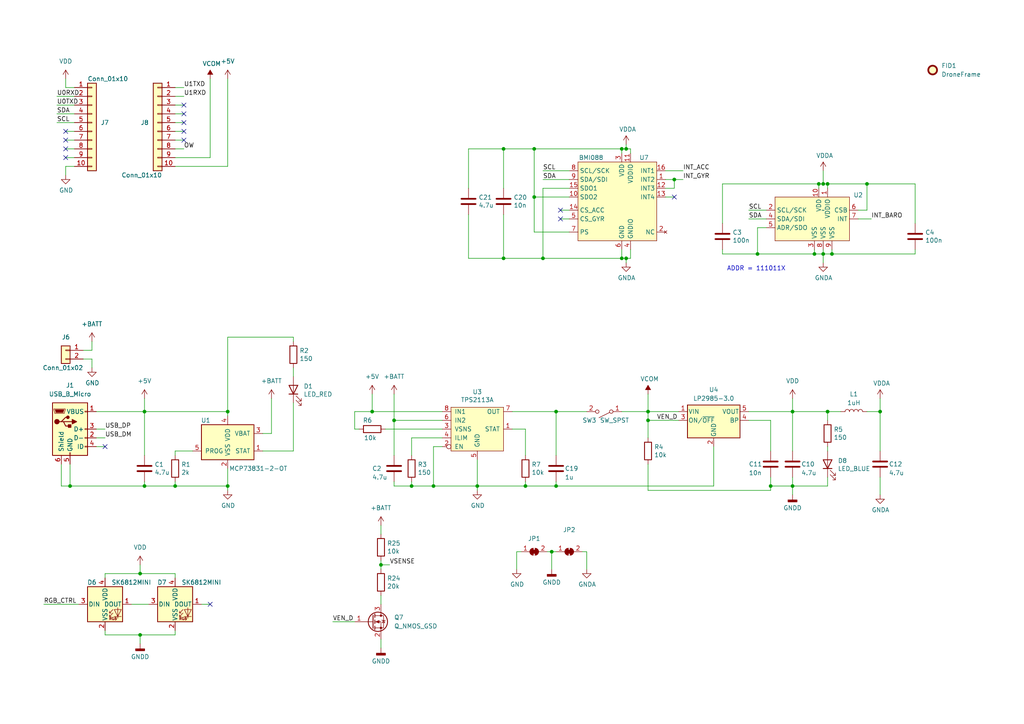
<source format=kicad_sch>
(kicad_sch (version 20250114) (generator "eeschema") (generator_version "9.0")
  (paper "A4")
  (text "TODO add UART Programmer Port" (at -78.74 147.32 0) (effects (font (size 1.27 1.27)) (justify left bottom)))
  (text "ADDR = 111011X" (at 210.82 78.74 0) (effects (font (size 1.27 1.27)) (justify left bottom)))
  (junction (at -69.85 29.21))
  (junction (at -30.48 71.12))
  (junction (at 82.55 222.25))
  (junction (at 236.22 73.66))
  (junction (at -52.07 128.27))
  (junction (at 125.73 -72.39))
  (junction (at 82.55 266.7))
  (junction (at 180.34 43.18))
  (junction (at -54.61 128.27))
  (junction (at 125.73 140.97))
  (junction (at -74.93 104.14))
  (junction (at 181.61 43.18))
  (junction (at -5.08 -15.24))
  (junction (at 238.76 53.34))
  (junction (at 82.55 294.64))
  (junction (at 35.56 250.19))
  (junction (at 20.32 140.97))
  (junction (at -30.48 20.32))
  (junction (at 138.43 140.97))
  (junction (at 107.95 119.38))
  (junction (at 181.61 74.93))
  (junction (at 110.49 163.83))
  (junction (at 125.73 -95.25))
  (junction (at 251.46 53.34))
  (junction (at 223.52 140.97))
  (junction (at 82.55 250.19))
  (junction (at 161.29 119.38))
  (junction (at 161.29 140.97))
  (junction (at 35.56 222.25))
  (junction (at -15.24 -15.24))
  (junction (at -5.08 -74.93))
  (junction (at 38.1 -15.24))
  (junction (at 180.34 74.93))
  (junction (at 40.64 184.15))
  (junction (at 38.1 -74.93))
  (junction (at 82.55 233.68))
  (junction (at 229.87 140.97))
  (junction (at 40.64 166.37))
  (junction (at 219.71 73.66))
  (junction (at 240.03 53.34))
  (junction (at 187.96 119.38))
  (junction (at -30.48 55.88))
  (junction (at 241.3 73.66))
  (junction (at 66.04 119.38))
  (junction (at -5.08 -60.96))
  (junction (at 66.04 140.97))
  (junction (at 26.67 240.03))
  (junction (at 255.27 119.38))
  (junction (at 237.49 53.34))
  (junction (at 119.38 140.97))
  (junction (at 41.91 119.38))
  (junction (at -15.24 -74.93))
  (junction (at 26.67 284.48))
  (junction (at 114.3 121.92))
  (junction (at 152.4 140.97))
  (junction (at 154.94 43.18))
  (junction (at 160.02 160.02))
  (junction (at 238.76 73.66))
  (junction (at 154.94 57.15))
  (junction (at 157.48 74.93))
  (junction (at 73.66 284.48))
  (junction (at -30.48 34.29))
  (junction (at 83.82 -45.72))
  (junction (at 35.56 233.68))
  (junction (at 229.87 119.38))
  (junction (at 195.58 52.07))
  (junction (at 41.91 140.97))
  (junction (at 146.05 74.93))
  (junction (at 50.8 140.97))
  (junction (at 35.56 278.13))
  (junction (at 35.56 266.7))
  (junction (at 82.55 278.13))
  (junction (at 73.66 240.03))
  (junction (at -68.58 46.99))
  (junction (at 187.96 121.92))
  (junction (at 240.03 119.38))
  (junction (at 35.56 294.64))
  (junction (at 146.05 43.18))
  (no_connect (at 53.34 33.02))
  (no_connect (at 19.05 40.64))
  (no_connect (at 19.05 38.1))
  (no_connect (at -30.48 106.68))
  (no_connect (at -30.48 96.52))
  (no_connect (at 19.05 43.18))
  (no_connect (at -30.48 104.14))
  (no_connect (at 30.48 129.54))
  (no_connect (at 162.56 60.96))
  (no_connect (at 60.96 175.26))
  (no_connect (at -30.48 114.3))
  (no_connect (at 53.34 30.48))
  (no_connect (at -72.39 88.9))
  (no_connect (at -30.48 101.6))
  (no_connect (at 19.05 45.72))
  (no_connect (at -30.48 116.84))
  (no_connect (at 53.34 38.1))
  (no_connect (at -30.48 119.38))
  (no_connect (at 53.34 40.64))
  (no_connect (at 162.56 63.5))
  (no_connect (at -30.48 111.76))
  (no_connect (at 53.34 35.56))
  (no_connect (at 195.58 57.15))
  (wire (pts (xy 19.05 45.72) (xy 21.59 45.72)))
  (wire (pts (xy 195.58 54.61) (xy 195.58 52.07)))
  (wire (pts (xy 237.49 53.34) (xy 238.76 53.34)))
  (wire (pts (xy 125.73 140.97) (xy 138.43 140.97)))
  (wire (pts (xy 111.76 -87.63) (xy 111.76 -95.25)))
  (wire (pts (xy 50.8 167.64) (xy 50.8 166.37)))
  (wire (pts (xy 35.56 265.43) (xy 35.56 266.7)))
  (wire (pts (xy 50.8 166.37) (xy 40.64 166.37)))
  (wire (pts (xy 162.56 63.5) (xy 165.1 63.5)))
  (wire (pts (xy -34.29 88.9) (xy -13.97 88.9)))
  (wire (pts (xy 26.67 250.19) (xy 35.56 250.19)))
  (wire (pts (xy -5.08 -60.96) (xy -5.08 -46.99)))
  (wire (pts (xy 251.46 53.34) (xy 240.03 53.34)))
  (wire (pts (xy 66.04 -30.48) (xy 96.52 -30.48)))
  (wire (pts (xy 265.43 53.34) (xy 265.43 64.77)))
  (wire (pts (xy 180.34 44.45) (xy 180.34 43.18)))
  (wire (pts (xy 229.87 140.97) (xy 223.52 140.97)))
  (wire (pts (xy -74.93 46.99) (xy -68.58 46.99)))
  (wire (pts (xy 82.55 265.43) (xy 82.55 266.7)))
  (wire (pts (xy 161.29 140.97) (xy 207.01 140.97)))
  (wire (pts (xy -34.29 93.98) (xy -31.75 93.98)))
  (wire (pts (xy 29.21 232.41) (xy 29.21 233.68)))
  (wire (pts (xy 38.1 -15.24) (xy 38.1 -12.7)))
  (wire (pts (xy 161.29 139.7) (xy 161.29 140.97)))
  (wire (pts (xy 58.42 175.26) (xy 60.96 175.26)))
  (wire (pts (xy 111.76 -80.01) (xy 111.76 -72.39)))
  (wire (pts (xy -49.53 20.32) (xy -30.48 20.32)))
  (wire (pts (xy 128.27 127) (xy 119.38 127)))
  (wire (pts (xy 82.55 274.32) (xy 83.82 274.32)))
  (wire (pts (xy 26.67 294.64) (xy 35.56 294.64)))
  (wire (pts (xy 50.8 45.72) (xy 60.96 45.72)))
  (wire (pts (xy 30.48 182.88) (xy 30.48 184.15)))
  (wire (pts (xy 265.43 72.39) (xy 265.43 73.66)))
  (wire (pts (xy 236.22 72.39) (xy 236.22 73.66)))
  (wire (pts (xy 125.73 -72.39) (xy 125.73 -71.12)))
  (wire (pts (xy 152.4 124.46) (xy 152.4 132.08)))
  (wire (pts (xy 82.55 278.13) (xy 82.55 279.4)))
  (wire (pts (xy 16.51 33.02) (xy 21.59 33.02)))
  (wire (pts (xy 66.04 119.38) (xy 66.04 97.79)))
  (wire (pts (xy 30.48 166.37) (xy 40.64 166.37)))
  (wire (pts (xy 66.04 -58.42) (xy 69.85 -58.42)))
  (wire (pts (xy 143.51 -48.26) (xy 146.05 -48.26)))
  (wire (pts (xy 36.83 227.33) (xy 35.56 227.33)))
  (wire (pts (xy 60.96 22.86) (xy 60.96 45.72)))
  (wire (pts (xy 82.55 227.33) (xy 82.55 222.25)))
  (wire (pts (xy 110.49 152.4) (xy 110.49 154.94)))
  (wire (pts (xy 146.05 74.93) (xy 157.48 74.93)))
  (wire (pts (xy 80.01 -35.56) (xy 80.01 -36.83)))
  (wire (pts (xy 160.02 160.02) (xy 160.02 165.1)))
  (wire (pts (xy 78.74 115.57) (xy 78.74 125.73)))
  (wire (pts (xy -30.48 20.32) (xy -30.48 22.86)))
  (wire (pts (xy 41.91 139.7) (xy 41.91 140.97)))
  (wire (pts (xy -30.48 55.88) (xy -30.48 59.69)))
  (wire (pts (xy 128.27 129.54) (xy 125.73 129.54)))
  (wire (pts (xy -34.29 114.3) (xy -30.48 114.3)))
  (wire (pts (xy 82.55 229.87) (xy 82.55 233.68)))
  (wire (pts (xy 72.39 240.03) (xy 73.66 240.03)))
  (wire (pts (xy 35.56 289.56) (xy 35.56 294.64)))
  (wire (pts (xy 248.92 60.96) (xy 251.46 60.96)))
  (wire (pts (xy 40.64 166.37) (xy 40.64 163.83)))
  (wire (pts (xy 29.21 233.68) (xy 35.56 233.68)))
  (wire (pts (xy -49.53 36.83) (xy -68.58 36.83)))
  (wire (pts (xy 24.13 104.14) (xy 26.67 104.14)))
  (wire (pts (xy 76.2 125.73) (xy 78.74 125.73)))
  (wire (pts (xy 96.52 -74.93) (xy 38.1 -74.93)))
  (wire (pts (xy 66.04 -38.1) (xy 69.85 -38.1)))
  (wire (pts (xy 76.2 232.41) (xy 76.2 233.68)))
  (wire (pts (xy 135.89 43.18) (xy 146.05 43.18)))
  (wire (pts (xy 30.48 184.15) (xy 40.64 184.15)))
  (wire (pts (xy 24.13 101.6) (xy 26.67 101.6)))
  (wire (pts (xy 20.32 140.97) (xy 20.32 134.62)))
  (wire (pts (xy 16.51 30.48) (xy 21.59 30.48)))
  (wire (pts (xy 55.88 130.81) (xy 50.8 130.81)))
  (wire (pts (xy 35.56 294.64) (xy 35.56 295.91)))
  (wire (pts (xy 119.38 139.7) (xy 119.38 140.97)))
  (wire (pts (xy -49.53 34.29) (xy -49.53 36.83)))
  (wire (pts (xy 35.56 271.78) (xy 35.56 266.7)))
  (wire (pts (xy 38.1 175.26) (xy 43.18 175.26)))
  (wire (pts (xy 209.55 73.66) (xy 219.71 73.66)))
  (wire (pts (xy -49.53 41.91) (xy -49.53 39.37)))
  (wire (pts (xy 35.56 222.25) (xy 29.21 222.25)))
  (wire (pts (xy 26.67 293.37) (xy 26.67 294.64)))
  (wire (pts (xy 241.3 73.66) (xy 265.43 73.66)))
  (wire (pts (xy -68.58 36.83) (xy -68.58 46.99)))
  (wire (pts (xy 255.27 138.43) (xy 255.27 143.51)))
  (wire (pts (xy 152.4 139.7) (xy 152.4 140.97)))
  (wire (pts (xy 238.76 73.66) (xy 241.3 73.66)))
  (wire (pts (xy -72.39 88.9) (xy -69.85 88.9)))
  (wire (pts (xy 181.61 74.93) (xy 181.61 76.2)))
  (wire (pts (xy 111.76 124.46) (xy 128.27 124.46)))
  (wire (pts (xy 229.87 140.97) (xy 229.87 143.51)))
  (wire (pts (xy 160.02 160.02) (xy 158.75 160.02)))
  (wire (pts (xy 168.91 160.02) (xy 170.18 160.02)))
  (wire (pts (xy 16.51 35.56) (xy 21.59 35.56)))
  (wire (pts (xy -52.07 128.27) (xy -54.61 128.27)))
  (wire (pts (xy 107.95 119.38) (xy 128.27 119.38)))
  (wire (pts (xy 83.82 -45.72) (xy 83.82 -48.26)))
  (wire (pts (xy 50.8 30.48) (xy 53.34 30.48)))
  (wire (pts (xy 26.67 241.3) (xy 26.67 240.03)))
  (wire (pts (xy 111.76 -95.25) (xy 125.73 -95.25)))
  (wire (pts (xy 238.76 73.66) (xy 238.76 76.2)))
  (wire (pts (xy -34.29 91.44) (xy -13.97 91.44)))
  (wire (pts (xy 35.56 274.32) (xy 36.83 274.32)))
  (wire (pts (xy 35.56 278.13) (xy 35.56 279.4)))
  (wire (pts (xy 41.91 140.97) (xy 20.32 140.97)))
  (wire (pts (xy -15.24 -46.99) (xy -15.24 -74.93)))
  (wire (pts (xy 223.52 121.92) (xy 217.17 121.92)))
  (wire (pts (xy 66.04 48.26) (xy 66.04 22.86)))
  (wire (pts (xy 50.8 27.94) (xy 53.34 27.94)))
  (wire (pts (xy 35.56 274.32) (xy 35.56 278.13)))
  (wire (pts (xy 85.09 106.68) (xy 85.09 109.22)))
  (wire (pts (xy -49.53 52.07) (xy -49.53 55.88)))
  (wire (pts (xy 181.61 41.91) (xy 181.61 43.18)))
  (wire (pts (xy 240.03 119.38) (xy 240.03 121.92)))
  (wire (pts (xy 40.64 184.15) (xy 50.8 184.15)))
  (wire (pts (xy 217.17 63.5) (xy 222.25 63.5)))
  (wire (pts (xy 180.34 119.38) (xy 187.96 119.38)))
  (wire (pts (xy 138.43 140.97) (xy 152.4 140.97)))
  (wire (pts (xy 29.21 276.86) (xy 29.21 278.13)))
  (wire (pts (xy 73.66 285.75) (xy 73.66 284.48)))
  (wire (pts (xy 35.56 229.87) (xy 36.83 229.87)))
  (wire (pts (xy -74.93 128.27) (xy -54.61 128.27)))
  (wire (pts (xy 26.67 240.03) (xy 27.94 240.03)))
  (wire (pts (xy 83.82 -45.72) (xy 87.63 -45.72)))
  (wire (pts (xy 135.89 62.23) (xy 135.89 74.93)))
  (wire (pts (xy -69.85 104.14) (xy -74.93 104.14)))
  (wire (pts (xy 27.94 119.38) (xy 41.91 119.38)))
  (wire (pts (xy -17.78 20.32) (xy -17.78 24.13)))
  (wire (pts (xy 50.8 40.64) (xy 53.34 40.64)))
  (wire (pts (xy 82.55 245.11) (xy 82.55 250.19)))
  (wire (pts (xy -78.74 99.06) (xy -69.85 99.06)))
  (wire (pts (xy 238.76 53.34) (xy 240.03 53.34)))
  (wire (pts (xy -52.07 130.81) (xy -52.07 128.27)))
  (wire (pts (xy 26.67 248.92) (xy 26.67 250.19)))
  (wire (pts (xy 76.2 278.13) (xy 82.55 278.13)))
  (wire (pts (xy -59.69 46.99) (xy -57.15 46.99)))
  (wire (pts (xy 80.01 -44.45) (xy 80.01 -45.72)))
  (wire (pts (xy 255.27 119.38) (xy 251.46 119.38)))
  (wire (pts (xy 66.04 -45.72) (xy 69.85 -45.72)))
  (wire (pts (xy 83.82 271.78) (xy 82.55 271.78)))
  (wire (pts (xy 193.04 54.61) (xy 195.58 54.61)))
  (wire (pts (xy 223.52 130.81) (xy 223.52 121.92)))
  (wire (pts (xy -49.53 55.88) (xy -30.48 55.88)))
  (wire (pts (xy 19.05 48.26) (xy 21.59 48.26)))
  (wire (pts (xy 17.78 134.62) (xy 17.78 140.97)))
  (wire (pts (xy 125.73 129.54) (xy 125.73 140.97)))
  (wire (pts (xy -49.53 39.37) (xy -69.85 39.37)))
  (wire (pts (xy 154.94 43.18) (xy 180.34 43.18)))
  (wire (pts (xy 162.56 60.96) (xy 165.1 60.96)))
  (wire (pts (xy -17.78 34.29) (xy -30.48 34.29)))
  (wire (pts (xy 182.88 72.39) (xy 182.88 74.93)))
  (wire (pts (xy 109.22 -45.72) (xy 115.57 -45.72)))
  (wire (pts (xy 50.8 184.15) (xy 50.8 182.88)))
  (wire (pts (xy 109.22 -50.8) (xy 115.57 -50.8)))
  (wire (pts (xy -95.25 99.06) (xy -86.36 99.06)))
  (wire (pts (xy 135.89 54.61) (xy 135.89 43.18)))
  (wire (pts (xy 66.04 -35.56) (xy 80.01 -35.56)))
  (wire (pts (xy -17.78 55.88) (xy -17.78 60.96)))
  (wire (pts (xy 238.76 72.39) (xy 238.76 73.66)))
  (wire (pts (xy 30.48 167.64) (xy 30.48 166.37)))
  (wire (pts (xy 217.17 119.38) (xy 229.87 119.38)))
  (wire (pts (xy 110.49 163.83) (xy 113.03 163.83)))
  (wire (pts (xy 111.76 -72.39) (xy 125.73 -72.39)))
  (wire (pts (xy -69.85 29.21) (xy -67.31 29.21)))
  (wire (pts (xy 114.3 132.08) (xy 114.3 121.92)))
  (wire (pts (xy -5.08 -39.37) (xy -5.08 -15.24)))
  (wire (pts (xy -34.29 119.38) (xy -30.48 119.38)))
  (wire (pts (xy -5.08 -15.24) (xy 38.1 -15.24)))
  (wire (pts (xy 80.01 -45.72) (xy 83.82 -45.72)))
  (wire (pts (xy 73.66 240.03) (xy 74.93 240.03)))
  (wire (pts (xy -49.53 24.13) (xy -49.53 20.32)))
  (wire (pts (xy 82.55 294.64) (xy 82.55 295.91)))
  (wire (pts (xy 66.04 -50.8) (xy 69.85 -50.8)))
  (wire (pts (xy 187.96 119.38) (xy 196.85 119.38)))
  (wire (pts (xy 66.04 -53.34) (xy 69.85 -53.34)))
  (wire (pts (xy 193.04 57.15) (xy 195.58 57.15)))
  (wire (pts (xy 85.09 97.79) (xy 85.09 99.06)))
  (wire (pts (xy 138.43 140.97) (xy 138.43 142.24)))
  (wire (pts (xy 149.86 160.02) (xy 149.86 165.1)))
  (wire (pts (xy -30.48 69.85) (xy -30.48 71.12)))
  (wire (pts (xy 114.3 140.97) (xy 119.38 140.97)))
  (wire (pts (xy 41.91 140.97) (xy 50.8 140.97)))
  (wire (pts (xy 161.29 119.38) (xy 161.29 132.08)))
  (wire (pts (xy 187.96 134.62) (xy 187.96 142.24)))
  (wire (pts (xy 82.55 220.98) (xy 82.55 222.25)))
  (wire (pts (xy 102.87 119.38) (xy 107.95 119.38)))
  (wire (pts (xy 96.52 -30.48) (xy 96.52 -36.83)))
  (wire (pts (xy -5.08 -74.93) (xy -5.08 -72.39)))
  (wire (pts (xy 180.34 43.18) (xy 181.61 43.18)))
  (wire (pts (xy 114.3 139.7) (xy 114.3 140.97)))
  (wire (pts (xy 27.94 127) (xy 30.48 127)))
  (wire (pts (xy 29.21 266.7) (xy 29.21 269.24)))
  (wire (pts (xy -34.29 111.76) (xy -30.48 111.76)))
  (wire (pts (xy 154.94 57.15) (xy 165.1 57.15)))
  (wire (pts (xy 73.66 293.37) (xy 73.66 294.64)))
  (wire (pts (xy -49.53 77.47) (xy -49.53 81.28)))
  (wire (pts (xy 76.2 233.68) (xy 82.55 233.68)))
  (wire (pts (xy 187.96 121.92) (xy 196.85 121.92)))
  (wire (pts (xy 193.04 49.53) (xy 198.12 49.53)))
  (wire (pts (xy 50.8 25.4) (xy 53.34 25.4)))
  (wire (pts (xy 73.66 294.64) (xy 82.55 294.64)))
  (wire (pts (xy 35.56 233.68) (xy 35.56 234.95)))
  (wire (pts (xy 27.94 124.46) (xy 30.48 124.46)))
  (wire (pts (xy 187.96 142.24) (xy 223.52 142.24)))
  (wire (pts (xy 26.67 101.6) (xy 26.67 99.06)))
  (wire (pts (xy 229.87 119.38) (xy 240.03 119.38)))
  (wire (pts (xy 66.04 -43.18) (xy 69.85 -43.18)))
  (wire (pts (xy 35.56 227.33) (xy 35.56 222.25)))
  (wire (pts (xy 157.48 74.93) (xy 180.34 74.93)))
  (wire (pts (xy 161.29 119.38) (xy 170.18 119.38)))
  (wire (pts (xy 73.66 241.3) (xy 73.66 240.03)))
  (wire (pts (xy 73.66 248.92) (xy 73.66 250.19)))
  (wire (pts (xy -74.93 124.46) (xy -74.93 128.27)))
  (wire (pts (xy 170.18 160.02) (xy 170.18 165.1)))
  (wire (pts (xy 29.21 278.13) (xy 35.56 278.13)))
  (wire (pts (xy -15.24 -15.24) (xy -25.4 -15.24)))
  (wire (pts (xy 154.94 57.15) (xy 154.94 43.18)))
  (wire (pts (xy 187.96 114.3) (xy 187.96 119.38)))
  (wire (pts (xy 19.05 25.4) (xy 21.59 25.4)))
  (wire (pts (xy -34.29 99.06) (xy -31.75 99.06)))
  (wire (pts (xy 195.58 52.07) (xy 198.12 52.07)))
  (wire (pts (xy 236.22 73.66) (xy 238.76 73.66)))
  (wire (pts (xy 180.34 72.39) (xy 180.34 74.93)))
  (wire (pts (xy 82.55 274.32) (xy 82.55 278.13)))
  (wire (pts (xy 35.56 266.7) (xy 29.21 266.7)))
  (wire (pts (xy 135.89 74.93) (xy 146.05 74.93)))
  (wire (pts (xy 36.83 271.78) (xy 35.56 271.78)))
  (wire (pts (xy 229.87 115.57) (xy 229.87 119.38)))
  (wire (pts (xy 57.15 240.03) (xy 64.77 240.03)))
  (wire (pts (xy 26.67 104.14) (xy 26.67 106.68)))
  (wire (pts (xy -25.4 -74.93) (xy -15.24 -74.93)))
  (wire (pts (xy 102.87 124.46) (xy 102.87 119.38)))
  (wire (pts (xy 187.96 119.38) (xy 187.96 121.92)))
  (wire (pts (xy 165.1 54.61) (xy 157.48 54.61)))
  (wire (pts (xy -34.29 106.68) (xy -30.48 106.68)))
  (wire (pts (xy 73.66 250.19) (xy 82.55 250.19)))
  (wire (pts (xy -74.93 29.21) (xy -69.85 29.21)))
  (wire (pts (xy 76.2 276.86) (xy 76.2 278.13)))
  (wire (pts (xy 119.38 127) (xy 119.38 132.08)))
  (wire (pts (xy -95.25 96.52) (xy -86.36 96.52)))
  (wire (pts (xy 157.48 49.53) (xy 165.1 49.53)))
  (wire (pts (xy 209.55 53.34) (xy 237.49 53.34)))
  (wire (pts (xy 114.3 114.3) (xy 114.3 121.92)))
  (wire (pts (xy 114.3 121.92) (xy 128.27 121.92)))
  (wire (pts (xy -52.07 128.27) (xy -49.53 128.27)))
  (wire (pts (xy 241.3 72.39) (xy 241.3 73.66)))
  (wire (pts (xy 223.52 142.24) (xy 223.52 140.97)))
  (wire (pts (xy 138.43 133.35) (xy 138.43 140.97)))
  (wire (pts (xy 87.63 -45.72) (xy 87.63 -44.45)))
  (wire (pts (xy 19.05 50.8) (xy 19.05 48.26)))
  (wire (pts (xy 2.54 -50.8) (xy 10.16 -50.8)))
  (wire (pts (xy 96.52 -44.45) (xy 96.52 -74.93)))
  (wire (pts (xy 50.8 140.97) (xy 66.04 140.97)))
  (wire (pts (xy -59.69 29.21) (xy -57.15 29.21)))
  (wire (pts (xy -34.29 104.14) (xy -30.48 104.14)))
  (wire (pts (xy 125.73 -97.79) (xy 125.73 -95.25)))
  (wire (pts (xy 237.49 54.61) (xy 237.49 53.34)))
  (wire (pts (xy 146.05 43.18) (xy 154.94 43.18)))
  (wire (pts (xy -54.61 128.27) (xy -54.61 127)))
  (wire (pts (xy 255.27 130.81) (xy 255.27 119.38)))
  (wire (pts (xy 82.55 229.87) (xy 83.82 229.87)))
  (wire (pts (xy -5.08 -74.93) (xy 38.1 -74.93)))
  (wire (pts (xy 180.34 74.93) (xy 181.61 74.93)))
  (wire (pts (xy -25.4 -39.37) (xy -25.4 -15.24)))
  (wire (pts (xy -30.48 34.29) (xy -30.48 36.83)))
  (wire (pts (xy 157.48 52.07) (xy 165.1 52.07)))
  (wire (pts (xy 240.03 138.43) (xy 240.03 140.97)))
  (wire (pts (xy 154.94 67.31) (xy 154.94 57.15)))
  (wire (pts (xy 219.71 73.66) (xy 236.22 73.66)))
  (wire (pts (xy 104.14 124.46) (xy 102.87 124.46)))
  (wire (pts (xy 182.88 43.18) (xy 182.88 44.45)))
  (wire (pts (xy 35.56 229.87) (xy 35.56 233.68)))
  (wire (pts (xy 19.05 22.86) (xy 19.05 25.4)))
  (wire (pts (xy 19.05 43.18) (xy 21.59 43.18)))
  (wire (pts (xy 66.04 135.89) (xy 66.04 140.97)))
  (wire (pts (xy 35.56 250.19) (xy 35.56 251.46)))
  (wire (pts (xy 107.95 114.3) (xy 107.95 119.38)))
  (wire (pts (xy -5.08 -60.96) (xy 10.16 -60.96)))
  (wire (pts (xy 35.56 245.11) (xy 35.56 250.19)))
  (wire (pts (xy 87.63 -33.02) (xy 87.63 -36.83)))
  (wire (pts (xy 125.73 -73.66) (xy 125.73 -72.39)))
  (wire (pts (xy 223.52 140.97) (xy 223.52 138.43)))
  (wire (pts (xy 148.59 124.46) (xy 152.4 124.46)))
  (wire (pts (xy 50.8 43.18) (xy 53.34 43.18)))
  (wire (pts (xy 35.56 220.98) (xy 35.56 222.25)))
  (wire (pts (xy -15.24 -15.24) (xy -5.08 -15.24)))
  (wire (pts (xy -15.24 -74.93) (xy -5.08 -74.93)))
  (wire (pts (xy 82.55 222.25) (xy 76.2 222.25)))
  (wire (pts (xy 193.04 52.07) (xy 195.58 52.07)))
  (wire (pts (xy 41.91 119.38) (xy 66.04 119.38)))
  (wire (pts (xy 76.2 130.81) (xy 85.09 130.81)))
  (wire (pts (xy 146.05 62.23) (xy 146.05 74.93)))
  (wire (pts (xy 96.52 180.34) (xy 102.87 180.34)))
  (wire (pts (xy 165.1 67.31) (xy 154.94 67.31)))
  (wire (pts (xy 83.82 227.33) (xy 82.55 227.33)))
  (wire (pts (xy 66.04 140.97) (xy 66.04 142.24)))
  (wire (pts (xy 50.8 35.56) (xy 53.34 35.56)))
  (wire (pts (xy 38.1 -74.93) (xy 38.1 -66.04)))
  (wire (pts (xy 110.49 185.42) (xy 110.49 187.96)))
  (wire (pts (xy 41.91 132.08) (xy 41.91 119.38)))
  (wire (pts (xy 146.05 -55.88) (xy 147.32 -55.88)))
  (wire (pts (xy -34.29 96.52) (xy -30.48 96.52)))
  (wire (pts (xy -17.78 71.12) (xy -17.78 68.58)))
  (wire (pts (xy 19.05 38.1) (xy 21.59 38.1)))
  (wire (pts (xy 240.03 119.38) (xy 243.84 119.38)))
  (wire (pts (xy 146.05 54.61) (xy 146.05 43.18)))
  (wire (pts (xy 50.8 33.02) (xy 53.34 33.02)))
  (wire (pts (xy 110.49 172.72) (xy 110.49 175.26)))
  (wire (pts (xy 50.8 139.7) (xy 50.8 140.97)))
  (wire (pts (xy 66.04 -25.4) (xy 69.85 -25.4)))
  (wire (pts (xy 76.2 266.7) (xy 76.2 269.24)))
  (wire (pts (xy 209.55 64.77) (xy 209.55 53.34)))
  (wire (pts (xy 248.92 63.5) (xy 252.73 63.5)))
  (wire (pts (xy 26.67 284.48) (xy 27.94 284.48)))
  (wire (pts (xy 240.03 140.97) (xy 229.87 140.97)))
  (wire (pts (xy 222.25 66.04) (xy 219.71 66.04)))
  (wire (pts (xy 27.94 129.54) (xy 30.48 129.54)))
  (wire (pts (xy 38.1 -20.32) (xy 38.1 -15.24)))
  (wire (pts (xy 41.91 115.57) (xy 41.91 119.38)))
  (wire (pts (xy 157.48 54.61) (xy 157.48 74.93)))
  (wire (pts (xy 50.8 38.1) (xy 53.34 38.1)))
  (wire (pts (xy 19.05 40.64) (xy 21.59 40.64)))
  (wire (pts (xy 229.87 138.43) (xy 229.87 140.97)))
  (wire (pts (xy 66.04 -27.94) (xy 69.85 -27.94)))
  (wire (pts (xy 82.55 289.56) (xy 82.55 294.64)))
  (wire (pts (xy 66.04 -60.96) (xy 69.85 -60.96)))
  (wire (pts (xy 219.71 66.04) (xy 219.71 73.66)))
  (wire (pts (xy 110.49 163.83) (xy 110.49 165.1)))
  (wire (pts (xy 255.27 115.57) (xy 255.27 119.38)))
  (wire (pts (xy 50.8 48.26) (xy 66.04 48.26)))
  (wire (pts (xy 26.67 285.75) (xy 26.67 284.48)))
  (wire (pts (xy 2.54 -53.34) (xy 10.16 -53.34)))
  (wire (pts (xy -49.53 128.27) (xy -49.53 127)))
  (wire (pts (xy 57.15 284.48) (xy 64.77 284.48)))
  (wire (pts (xy 181.61 43.18) (xy 182.88 43.18)))
  (wire (pts (xy -34.29 116.84) (xy -30.48 116.84)))
  (wire (pts (xy -30.48 20.32) (xy -17.78 20.32)))
  (wire (pts (xy 82.55 266.7) (xy 76.2 266.7)))
  (wire (pts (xy -15.24 -39.37) (xy -15.24 -15.24)))
  (wire (pts (xy -78.74 96.52) (xy -69.85 96.52)))
  (wire (pts (xy 66.04 -40.64) (xy 69.85 -40.64)))
  (wire (pts (xy 119.38 140.97) (xy 125.73 140.97)))
  (wire (pts (xy 238.76 53.34) (xy 238.76 49.53)))
  (wire (pts (xy 38.1 -76.2) (xy 38.1 -74.93)))
  (wire (pts (xy -25.4 -46.99) (xy -25.4 -74.93)))
  (wire (pts (xy 229.87 119.38) (xy 229.87 130.81)))
  (wire (pts (xy 66.04 -33.02) (xy 87.63 -33.02)))
  (wire (pts (xy 160.02 160.02) (xy 161.29 160.02)))
  (wire (pts (xy 217.17 60.96) (xy 222.25 60.96)))
  (wire (pts (xy 251.46 53.34) (xy 265.43 53.34)))
  (wire (pts (xy 146.05 -48.26) (xy 146.05 -55.88)))
  (wire (pts (xy -30.48 71.12) (xy -30.48 73.66)))
  (wire (pts (xy 207.01 129.54) (xy 207.01 140.97)))
  (wire (pts (xy 209.55 72.39) (xy 209.55 73.66)))
  (wire (pts (xy 82.55 250.19) (xy 82.55 251.46)))
  (wire (pts (xy 25.4 284.48) (xy 26.67 284.48)))
  (wire (pts (xy 73.66 284.48) (xy 74.93 284.48)))
  (wire (pts (xy 181.61 74.93) (xy 182.88 74.93)))
  (wire (pts (xy 29.21 222.25) (xy 29.21 224.79)))
  (wire (pts (xy 40.64 184.15) (xy 40.64 186.69)))
  (wire (pts (xy 82.55 233.68) (xy 82.55 234.95)))
  (wire (pts (xy 66.04 119.38) (xy 66.04 120.65)))
  (wire (pts (xy 175.26 -58.42) (xy 181.61 -58.42)))
  (wire (pts (xy 85.09 116.84) (xy 85.09 130.81)))
  (wire (pts (xy 149.86 160.02) (xy 151.13 160.02)))
  (wire (pts (xy 152.4 140.97) (xy 161.29 140.97)))
  (wire (pts (xy 66.04 97.79) (xy 85.09 97.79)))
  (wire (pts (xy -5.08 -64.77) (xy -5.08 -60.96)))
  (wire (pts (xy 10.16 284.48) (xy 17.78 284.48)))
  (wire (pts (xy 109.22 -60.96) (xy 147.32 -60.96)))
  (wire (pts (xy -34.29 101.6) (xy -30.48 101.6)))
  (wire (pts (xy 148.59 119.38) (xy 161.29 119.38)))
  (wire (pts (xy -17.78 31.75) (xy -17.78 34.29)))
  (wire (pts (xy 25.4 240.03) (xy 26.67 240.03)))
  (wire (pts (xy -30.48 55.88) (xy -17.78 55.88)))
  (wire (pts (xy -30.48 33.02) (xy -30.48 34.29)))
  (wire (pts (xy 17.78 140.97) (xy 20.32 140.97)))
  (wire (pts (xy -69.85 39.37) (xy -69.85 29.21)))
  (wire (pts (xy 110.49 162.56) (xy 110.49 163.83)))
  (wire (pts (xy 16.51 27.94) (xy 21.59 27.94)))
  (wire (pts (xy -74.93 77.47) (xy -74.93 104.14)))
  (wire (pts (xy 10.16 240.03) (xy 17.78 240.03)))
  (wire (pts (xy 76.2 222.25) (xy 76.2 224.79)))
  (wire (pts (xy -30.48 71.12) (xy -17.78 71.12)))
  (wire (pts (xy 125.73 -95.25) (xy 125.73 -93.98)))
  (wire (pts (xy 72.39 284.48) (xy 73.66 284.48)))
  (wire (pts (xy 50.8 130.81) (xy 50.8 132.08)))
  (wire (pts (xy 251.46 60.96) (xy 251.46 53.34)))
  (wire (pts (xy 187.96 121.92) (xy 187.96 127)))
  (wire (pts (xy 12.7 175.26) (xy 22.86 175.26)))
  (wire (pts (xy 82.55 271.78) (xy 82.55 266.7)))
  (wire (pts (xy -54.61 77.47) (xy -54.61 81.28)))
  (wire (pts (xy 240.03 129.54) (xy 240.03 130.81)))
  (wire (pts (xy -74.93 104.14) (xy -74.93 116.84)))
  (wire (pts (xy -68.58 46.99) (xy -67.31 46.99)))
  (wire (pts (xy 240.03 53.34) (xy 240.03 54.61)))
  (label "INT_BARO" (at 252.73 63.5 0))
  (label "VSENSE" (at 113.03 163.83 0))
  (label "USB_DM" (at 30.48 127 0))
  (label "GPIO9" (at 69.85 -27.94 0))
  (label "U1TXD" (at 69.85 -50.8 0))
  (label "OW" (at 2.54 -50.8 0))
  (label "SCL" (at 157.48 49.53 0))
  (label "INT_ACC_GYR_BARO" (at 181.61 -58.42 0))
  (label "SDA" (at 72.39 -35.56 0))
  (label "MOTOR2" (at 57.15 240.03 0))
  (label "SDA" (at 16.51 33.02 0))
  (label "INT_ACC_GYR_BARO" (at 69.85 -25.4 0))
  (label "INT_GYR" (at 198.12 52.07 0))
  (label "U1RXD" (at 69.85 -53.34 0))
  (label "SDA" (at 217.17 63.5 0))
  (label "MOTOR3" (at 69.85 -40.64 0))
  (label "GPIO9" (at -34.29 55.88 0))
  (label "VEN_D" (at 190.5 121.92 0))
  (label "OW" (at 53.34 43.18 0))
  (label "SCL" (at 16.51 35.56 0))
  (label "MOTOR4" (at 57.15 284.48 0))
  (label "U0RXD" (at 16.51 27.94 0))
  (label "U0TXD" (at 16.51 30.48 0))
  (label "RGB_CTRL" (at 12.7 175.26 0))
  (label "CHIP_EN" (at -1.27 -60.96 0))
  (label "SCL" (at 72.39 -33.02 0))
  (label "U0RXD" (at -13.97 88.9 0))
  (label "INT_GYR" (at 109.22 -50.8 0))
  (label "INT_BARO" (at 109.22 -60.96 0))
  (label "SCL" (at 217.17 60.96 0))
  (label "INT_ACC" (at 109.22 -45.72 0))
  (label "U0RXD" (at 69.85 -60.96 0))
  (label "MOTOR3" (at 10.16 284.48 0))
  (label "MOTOR1" (at 10.16 240.03 0))
  (label "U0TXD" (at 69.85 -58.42 0))
  (label "MOTOR1" (at 69.85 -45.72 0))
  (label "USB_DP" (at -95.25 99.06 0))
  (label "RTS" (at -31.75 93.98 0))
  (label "DTR" (at -74.93 29.21 0))
  (label "USB_DM" (at -95.25 96.52 0))
  (label "USB_DP" (at 30.48 124.46 0))
  (label "VEN_D" (at 96.52 180.34 0))
  (label "U0TXD" (at -13.97 91.44 0))
  (label "MOTOR2" (at 69.85 -43.18 0))
  (label "DTR" (at -31.75 99.06 0))
  (label "MOTOR4" (at 69.85 -38.1 0))
  (label "CHIP_EN" (at -34.29 20.32 0))
  (label "RGB_CTRL" (at 69.85 -30.48 0))
  (label "RTS" (at -74.93 46.99 0))
  (label "INT_ACC" (at 198.12 49.53 0))
  (label "U1RXD" (at 53.34 27.94 0))
  (label "SDA" (at 157.48 52.07 0))
  (label "VSENSE" (at 2.54 -53.34 0))
  (label "U1TXD" (at 53.34 25.4 0))
  (symbol (lib_id "riskybird-rescue:MCP73831-2-OT-Battery_Management") (at 66.04 128.27 0) (unit 1)
    (property "Reference" "U1" (at 59.69 121.92 0))
    (property "Value" "MCP73831-2-OT" (at 74.93 135.89 0))
    (property "Footprint" "Package_TO_SOT_SMD:SOT-23-5" (effects (hide yes)))
    (property "Datasheet" "http://ww1.microchip.com/downloads/en/DeviceDoc/20001984g.pdf" (effects (hide yes)))
  )
  (symbol (lib_id "riskybird-rescue:TPS2113A-slice") (at 138.43 120.65 0) (unit 1)
    (property "Reference" "U3" (at 138.43 113.665 0))
    (property "Value" "TPS2113A" (at 138.43 115.9764 0))
    (property "Footprint" "Package_SO:TSSOP-8_4.4x3mm_P0.65mm" (effects (hide yes)))
  )
  (symbol (lib_id "power:GND") (at 138.43 142.24 0) (unit 1)
    (property "Reference" "#PWR0102" (effects (hide yes)))
    (property "Value" "GND" (at 138.557 146.6342 0))
  )
  (symbol (lib_id "Device:R") (at 119.38 135.89 0) (unit 1)
    (property "Reference" "R3" (at 121.158 134.7216 0) (effects (justify left)))
    (property "Value" "150" (at 121.158 137.033 0) (effects (justify left)))
    (property "Footprint" "Resistor_SMD:R_0603_1608Metric_Pad0.98x0.95mm_HandSolder" (effects (hide yes)))
  )
  (symbol (lib_id "Device:R") (at 50.8 135.89 0) (unit 1)
    (property "Reference" "R1" (at 52.578 134.7216 0) (effects (justify left)))
    (property "Value" "2k" (at 52.578 137.033 0) (effects (justify left)))
    (property "Footprint" "Resistor_SMD:R_0603_1608Metric_Pad0.98x0.95mm_HandSolder" (effects (hide yes)))
  )
  (symbol (lib_id "Device:C") (at 41.91 135.89 0) (unit 1)
    (property "Reference" "C1" (at 44.831 134.7216 0) (effects (justify left)))
    (property "Value" "4.7u" (at 44.831 137.033 0) (effects (justify left)))
    (property "Footprint" "Capacitor_SMD:C_0603_1608Metric_Pad1.08x0.95mm_HandSolder" (effects (hide yes)))
  )
  (symbol (lib_id "Device:C") (at 114.3 135.89 0) (unit 1)
    (property "Reference" "C2" (at 107.95 135.89 0) (effects (justify left)))
    (property "Value" "4.7u" (at 107.95 138.43 0) (effects (justify left)))
    (property "Footprint" "Capacitor_SMD:C_0603_1608Metric_Pad1.08x0.95mm_HandSolder" (effects (hide yes)))
  )
  (symbol (lib_id "Device:LED") (at 85.09 113.03 90) (unit 1)
    (property "Reference" "D1" (at 88.0618 112.0394 90) (effects (justify right)))
    (property "Value" "LED_RED" (at 88.0618 114.3508 90) (effects (justify right)))
    (property "Footprint" "LED_SMD:LED_0805_2012Metric_Pad1.15x1.40mm_HandSolder" (effects (hide yes)))
  )
  (symbol (lib_id "Device:R") (at 85.09 102.87 0) (unit 1)
    (property "Reference" "R2" (at 86.868 101.7016 0) (effects (justify left)))
    (property "Value" "150" (at 86.868 104.013 0) (effects (justify left)))
    (property "Footprint" "Resistor_SMD:R_0603_1608Metric_Pad0.98x0.95mm_HandSolder" (effects (hide yes)))
  )
  (symbol (lib_id "Device:Q_NMOS_GSD") (at 80.01 240.03 0) (unit 1)
    (property "Reference" "Q2" (at 86.36 238.76 0) (effects (justify left)))
    (property "Value" "SI2302" (at 86.36 241.3 0) (effects (justify left)))
    (property "Footprint" "Package_TO_SOT_SMD:SOT-23" (effects (hide yes)))
  )
  (symbol (lib_id "power:GNDD") (at 160.02 165.1 0) (unit 1)
    (property "Reference" "#PWR021" (effects (hide yes)))
    (property "Value" "GNDD" (at 160.02 168.91 0))
  )
  (symbol (lib_id "Device:C") (at 209.55 68.58 0) (unit 1)
    (property "Reference" "C3" (at 212.471 67.4116 0) (effects (justify left)))
    (property "Value" "100n" (at 212.471 69.723 0) (effects (justify left)))
    (property "Footprint" "Capacitor_SMD:C_0603_1608Metric_Pad1.08x0.95mm_HandSolder" (effects (hide yes)))
  )
  (symbol (lib_id "Regulator_Linear:LP2985-3.0") (at 207.01 121.92 0) (unit 1)
    (property "Reference" "U4" (at 207.01 113.03 0))
    (property "Value" "LP2985-3.0" (at 207.01 115.57 0))
    (property "Footprint" "Package_TO_SOT_SMD:SOT-23-5" (effects (hide yes)))
    (property "Datasheet" "http://www.ti.com/lit/ds/symlink/lp2985.pdf" (effects (hide yes)))
  )
  (symbol (lib_id "Jumper:SolderJumper_2_Bridged") (at 165.1 160.02 0) (unit 1)
    (property "Reference" "JP2" (at 165.1 153.67 0))
    (property "Value" "SolderJumper_2_Bridged" (effects (hide yes)))
    (property "Footprint" "riskybird:shunt" (effects (hide yes)))
  )
  (symbol (lib_id "Device:R") (at 152.4 135.89 0) (unit 1)
    (property "Reference" "R7" (at 154.178 134.7216 0) (effects (justify left)))
    (property "Value" "10k" (at 154.178 137.033 0) (effects (justify left)))
    (property "Footprint" "Resistor_SMD:R_0603_1608Metric_Pad0.98x0.95mm_HandSolder" (effects (hide yes)))
  )
  (symbol (lib_id "Connector_Generic:Conn_01x10") (at 45.72 35.56 0) (mirror y) (unit 1)
    (property "Reference" "J8" (at 43.18 35.56 0) (effects (justify left)))
    (property "Value" "Conn_01x10" (at 46.99 50.8 0) (effects (justify left)))
    (property "Footprint" "riskybird:PinHeader_1x10_P2.00mm_Vertical_SMD_Pin1Right_THT" (effects (hide yes)))
  )
  (symbol (lib_id "power:GND") (at 82.55 251.46 0) (unit 1)
    (property "Reference" "#PWR07" (effects (hide yes)))
    (property "Value" "GND" (at 82.677 255.8542 0))
  )
  (symbol (lib_id "Connector_Generic:Conn_01x02") (at 88.9 271.78 0) (unit 1)
    (property "Reference" "J5" (at 91.44 271.78 0) (effects (justify left)))
    (property "Value" "Conn_01x02" (at 91.44 274.32 0) (effects (justify left)))
    (property "Footprint" "Connector_Molex:Molex_PicoBlade_53048-0210_1x02_P1.25mm_Horizontal" (effects (hide yes)))
  )
  (symbol (lib_id "Device:C") (at 229.87 134.62 0) (unit 1)
    (property "Reference" "C10" (at 232.41 134.62 0) (effects (justify left)))
    (property "Value" "4.7u" (at 232.41 137.16 0) (effects (justify left)))
    (property "Footprint" "Capacitor_SMD:C_0603_1608Metric_Pad1.08x0.95mm_HandSolder" (effects (hide yes)))
  )
  (symbol (lib_id "Device:C") (at -5.08 -43.18 0) (unit 1)
    (property "Reference" "C14" (at -2.159 -44.3484 0) (effects (justify left)))
    (property "Value" "0.1u" (at -2.159 -42.037 0) (effects (justify left)))
    (property "Footprint" "Capacitor_SMD:C_0603_1608Metric_Pad1.08x0.95mm_HandSolder" (effects (hide yes)))
  )
  (symbol (lib_id "Device:C") (at 223.52 134.62 0) (unit 1)
    (property "Reference" "C11" (at 217.17 134.62 0) (effects (justify left)))
    (property "Value" "10n" (at 217.17 137.16 0) (effects (justify left)))
    (property "Footprint" "Capacitor_SMD:C_0603_1608Metric_Pad1.08x0.95mm_HandSolder" (effects (hide yes)))
  )
  (symbol (lib_id "power:GNDD") (at 125.73 -71.12 0) (unit 1)
    (property "Reference" "#PWR051" (effects (hide yes)))
    (property "Value" "GNDD" (at 125.73 -67.31 0))
  )
  (symbol (lib_id "Device:C") (at -25.4 -43.18 0) (unit 1)
    (property "Reference" "C16" (at -22.479 -44.3484 0) (effects (justify left)))
    (property "Value" "10u" (at -22.479 -42.037 0) (effects (justify left)))
    (property "Footprint" "Capacitor_SMD:C_0603_1608Metric_Pad1.08x0.95mm_HandSolder" (effects (hide yes)))
  )
  (symbol (lib_id "Espressif:ESP32-C3-WROOM-02") (at 38.1 -43.18 0) (unit 1)
    (property "Reference" "U6" (at 40.2941 -68.58 0) (effects (justify left)))
    (property "Value" "ESP32-C3-WROOM-02" (at 40.2941 -66.04 0) (effects (justify left)))
    (property "Footprint" "Espressif:ESP32-C3-WROOM-02" (effects (hide yes)))
    (property "Datasheet" "https://www.espressif.com/sites/default/files/documentation/esp32-c3-wroom-02_datasheet_en.pdf" (effects (hide yes)))
  )
  (symbol (lib_id "Device:Q_NPN_BEC") (at -52.07 29.21 0) (unit 1)
    (property "Reference" "Q5" (at -45.72 27.94 0) (effects (justify left)))
    (property "Value" "DNBT8105-7" (at -45.72 30.48 0) (effects (justify left)))
    (property "Footprint" "Package_TO_SOT_SMD:SOT-23" (effects (hide yes)))
  )
  (symbol (lib_id "Connector_Generic:Conn_01x02") (at 41.91 274.32 0) (mirror x) (unit 1)
    (property "Reference" "J4" (at 44.45 274.32 0) (effects (justify left)))
    (property "Value" "Conn_01x02" (at 44.45 271.78 0) (effects (justify left)))
    (property "Footprint" "Connector_Molex:Molex_PicoBlade_53048-0210_1x02_P1.25mm_Horizontal" (effects (hide yes)))
  )
  (symbol (lib_id "LED:SK6812MINI") (at 30.48 175.26 0) (unit 1)
    (property "Reference" "D6" (at 26.67 168.91 0))
    (property "Value" "SK6812MINI" (at 38.1 168.91 0))
    (property "Footprint" "LED_SMD:LED_SK6812MINI_PLCC4_3.5x3.5mm_P1.75mm" (effects (hide yes)))
    (property "Datasheet" "https://www.digikey.com/en/products/detail/adafruit-industries-llc/2659/5804108" (effects (hide yes)))
  )
  (symbol (lib_id "power:+BATT") (at 78.74 115.57 0) (unit 1)
    (property "Reference" "#PWR042" (effects (hide yes)))
    (property "Value" "+BATT" (at 78.74 110.49 0))
  )
  (symbol (lib_id "Device:R") (at 68.58 284.48 90) (unit 1)
    (property "Reference" "R16" (at 69.85 281.94 90) (effects (justify left)))
    (property "Value" "47R" (at 69.85 287.02 90) (effects (justify left)))
    (property "Footprint" "Resistor_SMD:R_0603_1608Metric_Pad0.98x0.95mm_HandSolder" (effects (hide yes)))
  )
  (symbol (lib_id "power:VDD") (at 40.64 163.83 0) (unit 1)
    (property "Reference" "#PWR030" (effects (hide yes)))
    (property "Value" "VDD" (at 40.64 158.75 0))
  )
  (symbol (lib_id "Device:C") (at 146.05 58.42 0) (unit 1)
    (property "Reference" "C20" (at 148.971 57.2516 0) (effects (justify left)))
    (property "Value" "10n" (at 148.971 59.563 0) (effects (justify left)))
    (property "Footprint" "Capacitor_SMD:C_0603_1608Metric_Pad1.08x0.95mm_HandSolder" (effects (hide yes)))
  )
  (symbol (lib_id "power:+BATT") (at 26.67 99.06 0) (unit 1)
    (property "Reference" "#PWR023" (effects (hide yes)))
    (property "Value" "+BATT" (at 26.67 93.98 0))
  )
  (symbol (lib_id "Device:C") (at 161.29 135.89 0) (unit 1)
    (property "Reference" "C19" (at 163.83 135.89 0) (effects (justify left)))
    (property "Value" "1u" (at 163.83 138.43 0) (effects (justify left)))
    (property "Footprint" "Capacitor_SMD:C_0603_1608Metric_Pad1.08x0.95mm_HandSolder" (effects (hide yes)))
  )
  (symbol (lib_id "Device:Q_NMOS_GSD") (at 80.01 284.48 0) (unit 1)
    (property "Reference" "Q4" (at 86.36 283.21 0) (effects (justify left)))
    (property "Value" "SI2302" (at 86.36 285.75 0) (effects (justify left)))
    (property "Footprint" "Package_TO_SOT_SMD:SOT-23" (effects (hide yes)))
  )
  (symbol (lib_id "74xGxx:74LVC2G08") (at 130.81 -48.26 0) (unit 1)
    (property "Reference" "U10" (at 129.5289 -57.15 0))
    (property "Value" "74LVC2G08" (at 129.5289 -54.61 0))
    (property "Footprint" "Package_SO:VSSOP-8_3.0x3.0mm_P0.65mm" (effects (hide yes)))
    (property "Datasheet" "http://www.ti.com/lit/sg/scyt129e/scyt129e.pdf" (effects (hide yes)))
  )
  (symbol (lib_id "Device:L") (at 247.65 119.38 90) (unit 1)
    (property "Reference" "L1" (at 247.65 114.3 90))
    (property "Value" "1uH" (at 247.65 116.84 90))
    (property "Footprint" "Inductor_SMD:L_0805_2012Metric_Pad1.15x1.40mm_HandSolder" (effects (hide yes)))
    (property "Datasheet" "https://www.digikey.com/en/products/detail/murata-electronics/LQM21PN1R0MC0D/1788279" (effects (hide yes)))
  )
  (symbol (lib_id "Device:C") (at -74.93 120.65 0) (unit 1)
    (property "Reference" "C13" (at -72.009 119.4816 0) (effects (justify left)))
    (property "Value" "0.1u" (at -72.009 121.793 0) (effects (justify left)))
    (property "Footprint" "Capacitor_SMD:C_0603_1608Metric_Pad1.08x0.95mm_HandSolder" (effects (hide yes)))
  )
  (symbol (lib_id "Device:R") (at 96.52 -40.64 0) (unit 1)
    (property "Reference" "R23" (at 98.298 -41.8084 0) (effects (justify left)))
    (property "Value" "10k" (at 98.298 -39.497 0) (effects (justify left)))
    (property "Footprint" "Resistor_SMD:R_0603_1608Metric_Pad0.98x0.95mm_HandSolder" (effects (hide yes)))
  )
  (symbol (lib_id "power:GNDA") (at 255.27 143.51 0) (unit 1)
    (property "Reference" "#PWR019" (effects (hide yes)))
    (property "Value" "GNDA" (at 255.397 147.9042 0))
  )
  (symbol (lib_id "Device:R") (at 110.49 168.91 0) (unit 1)
    (property "Reference" "R24" (at 112.268 167.7416 0) (effects (justify left)))
    (property "Value" "20k" (at 112.268 170.053 0) (effects (justify left)))
    (property "Footprint" "Resistor_SMD:R_0603_1608Metric_Pad0.98x0.95mm_HandSolder" (effects (hide yes)))
  )
  (symbol (lib_id "riskybird:BMI088") (at 181.61 55.88 0) (unit 1)
    (property "Reference" "U7" (at 185.42 45.72 0) (effects (justify left)))
    (property "Value" "BMI088" (at 171.45 45.72 0))
    (property "Footprint" "riskybird:BMI088_Handsolder" (effects (hide yes)))
  )
  (symbol (lib_id "power:GNDD") (at 110.49 187.96 0) (unit 1)
    (property "Reference" "#PWR034" (effects (hide yes)))
    (property "Value" "GNDD" (at 110.49 191.77 0))
  )
  (symbol (lib_id "Device:Q_NMOS_GSD") (at 33.02 240.03 0) (unit 1)
    (property "Reference" "Q1" (at 39.37 238.76 0) (effects (justify left)))
    (property "Value" "SI2302" (at 39.37 241.3 0) (effects (justify left)))
    (property "Footprint" "Package_TO_SOT_SMD:SOT-23" (effects (hide yes)))
  )
  (symbol (lib_id "Diode:BAT54J") (at 29.21 273.05 270) (unit 1)
    (property "Reference" "D4" (at 24.13 271.78 90) (effects (justify left)))
    (property "Value" "BAT54JFILM" (at 15.24 274.32 90) (effects (justify left)))
    (property "Footprint" "Diode_SMD:D_SOD-323_HandSoldering" (effects (hide yes)))
    (property "Datasheet" "https://www.digikey.com/en/products/detail/stmicroelectronics/BAT54JFILM/1037673" (effects (hide yes)))
  )
  (symbol (lib_id "power:GNDD") (at -30.48 73.66 0) (unit 1)
    (property "Reference" "#PWR029" (effects (hide yes)))
    (property "Value" "GNDD" (at -30.48 77.47 0))
  )
  (symbol (lib_id "power:GND") (at 149.86 165.1 0) (unit 1)
    (property "Reference" "#PWR020" (effects (hide yes)))
    (property "Value" "GND" (at 149.987 169.4942 0))
  )
  (symbol (lib_id "Diode:BAT54J") (at 76.2 228.6 270) (unit 1)
    (property "Reference" "D3" (at 71.12 227.33 90) (effects (justify left)))
    (property "Value" "BAT54JFILM" (at 62.23 229.87 90) (effects (justify left)))
    (property "Footprint" "Diode_SMD:D_SOD-323_HandSoldering" (effects (hide yes)))
    (property "Datasheet" "https://www.digikey.com/en/products/detail/stmicroelectronics/BAT54JFILM/1037673" (effects (hide yes)))
  )
  (symbol (lib_id "power:GNDA") (at 238.76 76.2 0) (unit 1)
    (property "Reference" "#PWR043" (effects (hide yes)))
    (property "Value" "GNDA" (at 238.887 80.5942 0))
  )
  (symbol (lib_id "Device:C") (at -17.78 64.77 0) (unit 1)
    (property "Reference" "C18" (at -14.859 63.6016 0) (effects (justify left)))
    (property "Value" "0.1u" (at -14.859 65.913 0) (effects (justify left)))
    (property "Footprint" "Capacitor_SMD:C_0603_1608Metric_Pad1.08x0.95mm_HandSolder" (effects (hide yes)))
  )
  (symbol (lib_id "power:+BATT") (at 110.49 152.4 0) (unit 1)
    (property "Reference" "#PWR033" (effects (hide yes)))
    (property "Value" "+BATT" (at 110.49 147.32 0))
  )
  (symbol (lib_id "power:VDD") (at -74.93 77.47 0) (unit 1)
    (property "Reference" "#PWR027" (effects (hide yes)))
    (property "Value" "VDD" (at -74.93 72.39 0))
  )
  (symbol (lib_id "riskybird:BMP390") (at 238.76 60.96 0) (unit 1)
    (property "Reference" "U2" (at 248.92 56.5719 0))
    (property "Value" "~" (at 238.76 60.96 0))
    (property "Footprint" "riskybird:BMP390_Handsolder" (effects (hide yes)))
  )
  (symbol (lib_id "Device:R") (at 26.67 289.56 0) (unit 1)
    (property "Reference" "R15" (at 28.448 288.3916 0) (effects (justify left)))
    (property "Value" "10k" (at 28.448 290.703 0) (effects (justify left)))
    (property "Footprint" "Resistor_SMD:R_0603_1608Metric_Pad0.98x0.95mm_HandSolder" (effects (hide yes)))
  )
  (symbol (lib_id "74xGxx:74LVC2G08") (at 162.56 -58.42 0) (unit 2)
    (property "Reference" "U10" (at 161.2789 -67.31 0))
    (property "Value" "74LVC2G08" (at 161.2789 -64.77 0))
    (property "Footprint" "Package_SO:VSSOP-8_3.0x3.0mm_P0.65mm" (effects (hide yes)))
    (property "Datasheet" "http://www.ti.com/lit/sg/scyt129e/scyt129e.pdf" (effects (hide yes)))
  )
  (symbol (lib_id "Device:Q_NMOS_GSD") (at 33.02 284.48 0) (unit 1)
    (property "Reference" "Q3" (at 39.37 283.21 0) (effects (justify left)))
    (property "Value" "SI2302" (at 39.37 285.75 0) (effects (justify left)))
    (property "Footprint" "Package_TO_SOT_SMD:SOT-23" (effects (hide yes)))
  )
  (symbol (lib_id "power:VDD") (at 19.05 22.86 0) (unit 1)
    (property "Reference" "#PWR037" (effects (hide yes)))
    (property "Value" "VDD" (at 19.05 17.78 0))
  )
  (symbol (lib_id "power:+BATT") (at 114.3 114.3 0) (unit 1)
    (property "Reference" "#PWR010" (effects (hide yes)))
    (property "Value" "+BATT" (at 114.3 109.22 0))
  )
  (symbol (lib_id "power:GNDD") (at -52.07 130.81 0) (unit 1)
    (property "Reference" "#PWR028" (effects (hide yes)))
    (property "Value" "GNDD" (at -52.07 134.62 0))
  )
  (symbol (lib_id "Interface_USB:FT231XS") (at -52.07 104.14 0) (unit 1)
    (property "Reference" "U8" (at -47.3359 80.01 0) (effects (justify left)))
    (property "Value" "FT231XS" (at -47.3359 82.55 0) (effects (justify left)))
    (property "Footprint" "Package_SO:SSOP-20_3.9x8.7mm_P0.635mm" (effects (hide yes)))
    (property "Datasheet" "https://www.ftdichip.com/Support/Documents/DataSheets/ICs/DS_FT231X.pdf" (effects (hide yes)))
  )
  (symbol (lib_id "power:GND") (at 82.55 295.91 0) (unit 1)
    (property "Reference" "#PWR09" (effects (hide yes)))
    (property "Value" "GND" (at 82.677 300.3042 0))
  )
  (symbol (lib_id "Device:C") (at -17.78 27.94 0) (unit 1)
    (property "Reference" "C17" (at -14.859 26.7716 0) (effects (justify left)))
    (property "Value" "0.1u" (at -14.859 29.083 0) (effects (justify left)))
    (property "Footprint" "Capacitor_SMD:C_0603_1608Metric_Pad1.08x0.95mm_HandSolder" (effects (hide yes)))
  )
  (symbol (lib_id "Connector_Generic:Conn_01x10") (at 26.67 35.56 0) (unit 1)
    (property "Reference" "J7" (at 29.21 35.56 0) (effects (justify left)))
    (property "Value" "Conn_01x10" (at 25.4 22.86 0) (effects (justify left)))
    (property "Footprint" "riskybird:PinHeader_1x10_P2.00mm_Vertical_SMD_Pin1Right_THT" (effects (hide yes)))
  )
  (symbol (lib_id "Diode:BAT54J") (at 29.21 228.6 270) (unit 1)
    (property "Reference" "D2" (at 24.13 227.33 90) (effects (justify left)))
    (property "Value" "BAT54JFILM" (at 15.24 229.87 90) (effects (justify left)))
    (property "Footprint" "Diode_SMD:D_SOD-323_HandSoldering" (effects (hide yes)))
    (property "Datasheet" "https://www.digikey.com/en/products/detail/stmicroelectronics/BAT54JFILM/1037673" (effects (hide yes)))
  )
  (symbol (lib_id "Switch:SW_SPST") (at 175.26 119.38 180) (unit 1)
    (property "Reference" "SW3" (at 168.91 121.92 0) (effects (justify right)))
    (property "Value" "SW_SPST" (at 173.99 121.92 0) (effects (justify right)))
    (property "Footprint" "Button_Switch_SMD:SW_SPDT_CK-JS102011SAQN" (effects (hide yes)))
  )
  (symbol (lib_id "power:+5V") (at 41.91 115.57 0) (unit 1)
    (property "Reference" "#PWR015" (effects (hide yes)))
    (property "Value" "+5V" (at 41.91 110.49 0))
  )
  (symbol (lib_id "Device:Q_NPN_BEC") (at -52.07 46.99 0) (mirror x) (unit 1)
    (property "Reference" "Q6" (at -45.72 48.26 0) (effects (justify left)))
    (property "Value" "DNBT8105-7" (at -45.72 45.72 0) (effects (justify left)))
    (property "Footprint" "Package_TO_SOT_SMD:SOT-23" (effects (hide yes)))
  )
  (symbol (lib_id "power:GNDA") (at 170.18 165.1 0) (unit 1)
    (property "Reference" "#PWR022" (effects (hide yes)))
    (property "Value" "GNDA" (at 170.307 169.4942 0))
  )
  (symbol (lib_id "Jumper:SolderJumper_2_Bridged") (at 154.94 160.02 0) (unit 1)
    (property "Reference" "JP1" (at 154.94 156.21 0))
    (property "Value" "SolderJumper_2_Bridged" (effects (hide yes)))
    (property "Footprint" "riskybird:shunt" (effects (hide yes)))
  )
  (symbol (lib_id "Device:C") (at 265.43 68.58 0) (unit 1)
    (property "Reference" "C4" (at 268.351 67.4116 0) (effects (justify left)))
    (property "Value" "100n" (at 268.351 69.723 0) (effects (justify left)))
    (property "Footprint" "Capacitor_SMD:C_0603_1608Metric_Pad1.08x0.95mm_HandSolder" (effects (hide yes)))
  )
  (symbol (lib_id "power:+BATT") (at 35.56 220.98 0) (unit 1)
    (property "Reference" "#PWR011" (effects (hide yes)))
    (property "Value" "+BATT" (at 35.56 215.9 0))
  )
  (symbol (lib_id "power:GNDD") (at 38.1 -12.7 0) (unit 1)
    (property "Reference" "#PWR05" (effects (hide yes)))
    (property "Value" "GNDD" (at 38.1 -8.89 0))
  )
  (symbol (lib_id "Device:R") (at -63.5 46.99 90) (unit 1)
    (property "Reference" "R21" (at -63.5 49.53 90) (effects (justify left)))
    (property "Value" "10k" (at -59.69 49.53 90) (effects (justify left)))
    (property "Footprint" "Resistor_SMD:R_0603_1608Metric_Pad0.98x0.95mm_HandSolder" (effects (hide yes)))
  )
  (symbol (lib_id "power:+5V") (at -54.61 77.47 0) (unit 1)
    (property "Reference" "#PWR025" (effects (hide yes)))
    (property "Value" "+5V" (at -54.61 72.39 0))
  )
  (symbol (lib_id "Device:C") (at 135.89 58.42 0) (unit 1)
    (property "Reference" "C21" (at 138.811 57.2516 0) (effects (justify left)))
    (property "Value" "4.7u" (at 138.811 59.563 0) (effects (justify left)))
    (property "Footprint" "Capacitor_SMD:C_0603_1608Metric_Pad1.08x0.95mm_HandSolder" (effects (hide yes)))
  )
  (symbol (lib_id "power:VDD") (at 38.1 -76.2 0) (unit 1)
    (property "Reference" "#PWR017" (effects (hide yes)))
    (property "Value" "VDD" (at 38.1 -81.28 0))
  )
  (symbol (lib_id "Device:C") (at -15.24 -43.18 0) (unit 1)
    (property "Reference" "C15" (at -12.319 -44.3484 0) (effects (justify left)))
    (property "Value" "0.1u" (at -12.319 -42.037 0) (effects (justify left)))
    (property "Footprint" "Capacitor_SMD:C_0603_1608Metric_Pad1.08x0.95mm_HandSolder" (effects (hide yes)))
  )
  (symbol (lib_id "Device:R") (at -63.5 29.21 90) (unit 1)
    (property "Reference" "R20" (at -64.77 26.67 90) (effects (justify left)))
    (property "Value" "10k" (at -59.69 26.67 90) (effects (justify left)))
    (property "Footprint" "Resistor_SMD:R_0603_1608Metric_Pad0.98x0.95mm_HandSolder" (effects (hide yes)))
  )
  (symbol (lib_id "power:+5V") (at 66.04 22.86 0) (unit 1)
    (property "Reference" "#PWR039" (effects (hide yes)))
    (property "Value" "+5V" (at 66.04 17.78 0))
  )
  (symbol (lib_id "Device:LED") (at 240.03 134.62 90) (unit 1)
    (property "Reference" "D8" (at 243.0018 133.6294 90) (effects (justify right)))
    (property "Value" "LED_BLUE" (at 243.0018 135.9408 90) (effects (justify right)))
    (property "Footprint" "LED_SMD:LED_0805_2012Metric_Pad1.15x1.40mm_HandSolder" (effects (hide yes)))
  )
  (symbol (lib_id "Connector_Generic:Conn_01x02") (at 88.9 227.33 0) (unit 1)
    (property "Reference" "J3" (at 91.44 227.33 0) (effects (justify left)))
    (property "Value" "Conn_01x02" (at 91.44 229.87 0) (effects (justify left)))
    (property "Footprint" "Connector_Molex:Molex_PicoBlade_53048-0210_1x02_P1.25mm_Horizontal" (effects (hide yes)))
  )
  (symbol (lib_id "Device:R") (at 240.03 125.73 0) (unit 1)
    (property "Reference" "R5" (at 241.808 124.5616 0) (effects (justify left)))
    (property "Value" "150" (at 241.808 126.873 0) (effects (justify left)))
    (property "Footprint" "Resistor_SMD:R_0603_1608Metric_Pad0.98x0.95mm_HandSolder" (effects (hide yes)))
  )
  (symbol (lib_id "power:GND") (at 66.04 142.24 0) (unit 1)
    (property "Reference" "#PWR01" (effects (hide yes)))
    (property "Value" "GND" (at 66.167 146.6342 0))
  )
  (symbol (lib_id "Device:R") (at 107.95 124.46 90) (unit 1)
    (property "Reference" "R6" (at 107.95 121.92 90) (effects (justify left)))
    (property "Value" "10k" (at 109.22 127 90) (effects (justify left)))
    (property "Footprint" "Resistor_SMD:R_0603_1608Metric_Pad0.98x0.95mm_HandSolder" (effects (hide yes)))
  )
  (symbol (lib_id "Device:R") (at 21.59 284.48 90) (unit 1)
    (property "Reference" "R14" (at 22.86 281.94 90) (effects (justify left)))
    (property "Value" "47R" (at 22.86 287.02 90) (effects (justify left)))
    (property "Footprint" "Resistor_SMD:R_0603_1608Metric_Pad0.98x0.95mm_HandSolder" (effects (hide yes)))
  )
  (symbol (lib_id "Device:R") (at -82.55 99.06 90) (unit 1)
    (property "Reference" "R19" (at -83.82 101.6 90) (effects (justify left)))
    (property "Value" "27" (at -80.01 101.6 90) (effects (justify left)))
    (property "Footprint" "Resistor_SMD:R_0603_1608Metric_Pad0.98x0.95mm_HandSolder" (effects (hide yes)))
  )
  (symbol (lib_id "power:+BATT") (at 82.55 265.43 0) (unit 1)
    (property "Reference" "#PWR014" (effects (hide yes)))
    (property "Value" "+BATT" (at 82.55 260.35 0))
  )
  (symbol (lib_id "power:VDD") (at 83.82 -48.26 0) (unit 1)
    (property "Reference" "#PWR04" (effects (hide yes)))
    (property "Value" "VDD" (at 83.82 -53.34 0))
  )
  (symbol (lib_id "power:VDDA") (at 181.61 41.91 0) (unit 1)
    (property "Reference" "#PWR036" (effects (hide yes)))
    (property "Value" "VDDA" (at 182.0418 37.5158 0))
  )
  (symbol (lib_id "Connector:USB_B_Micro") (at 20.32 124.46 0) (unit 1)
    (property "Reference" "J1" (at 20.32 111.76 0))
    (property "Value" "USB_B_Micro" (at 20.32 114.3 0))
    (property "Footprint" "Connector_USB:USB_Micro-B_Molex_47346-0001" (effects (hide yes)))
  )
  (symbol (lib_id "power:GNDA") (at 181.61 76.2 0) (unit 1)
    (property "Reference" "#PWR035" (effects (hide yes)))
    (property "Value" "GNDA" (at 181.737 80.5942 0))
  )
  (symbol (lib_id "Device:R") (at 68.58 240.03 90) (unit 1)
    (property "Reference" "R12" (at 69.85 237.49 90) (effects (justify left)))
    (property "Value" "47R" (at 69.85 242.57 90) (effects (justify left)))
    (property "Footprint" "Resistor_SMD:R_0603_1608Metric_Pad0.98x0.95mm_HandSolder" (effects (hide yes)))
  )
  (symbol (lib_id "power:GND") (at 35.56 295.91 0) (unit 1)
    (property "Reference" "#PWR08" (effects (hide yes)))
    (property "Value" "GND" (at 35.687 300.3042 0))
  )
  (symbol (lib_id "Device:C") (at 255.27 134.62 0) (unit 1)
    (property "Reference" "C12" (at 257.81 134.62 0) (effects (justify left)))
    (property "Value" "4.7u" (at 257.81 137.16 0) (effects (justify left)))
    (property "Footprint" "Capacitor_SMD:C_0603_1608Metric_Pad1.08x0.95mm_HandSolder" (effects (hide yes)))
  )
  (symbol (lib_id "Device:C") (at 111.76 -83.82 0) (unit 1)
    (property "Reference" "C7" (at 114.681 -84.9884 0) (effects (justify left)))
    (property "Value" "0.1u" (at 114.681 -82.677 0) (effects (justify left)))
    (property "Footprint" "Capacitor_SMD:C_0603_1608Metric_Pad1.08x0.95mm_HandSolder" (effects (hide yes)))
  )
  (symbol (lib_id "Device:Q_NMOS_GSD") (at 107.95 180.34 0) (unit 1)
    (property "Reference" "Q7" (at 114.3 179.07 0) (effects (justify left)))
    (property "Value" "Q_NMOS_GSD" (at 114.3 181.61 0) (effects (justify left)))
    (property "Footprint" "Package_TO_SOT_SMD:SOT-23" (effects (hide yes)))
  )
  (symbol (lib_id "power:GNDD") (at 229.87 143.51 0) (unit 1)
    (property "Reference" "#PWR018" (effects (hide yes)))
    (property "Value" "GNDD" (at 229.87 147.32 0))
  )
  (symbol (lib_id "Diode:BAT54J") (at 76.2 273.05 270) (unit 1)
    (property "Reference" "D5" (at 71.12 271.78 90) (effects (justify left)))
    (property "Value" "BAT54JFILM" (at 62.23 274.32 90) (effects (justify left)))
    (property "Footprint" "Diode_SMD:D_SOD-323_HandSoldering" (effects (hide yes)))
    (property "Datasheet" "https://www.digikey.com/en/products/detail/stmicroelectronics/BAT54JFILM/1037673" (effects (hide yes)))
  )
  (symbol (lib_id "Device:R") (at 80.01 -40.64 0) (unit 1)
    (property "Reference" "R8" (at 81.788 -41.8084 0) (effects (justify left)))
    (property "Value" "2.2k" (at 81.788 -39.497 0) (effects (justify left)))
    (property "Footprint" "Resistor_SMD:R_0603_1608Metric_Pad0.98x0.95mm_HandSolder" (effects (hide yes)))
  )
  (symbol (lib_id "power:GND") (at 35.56 251.46 0) (unit 1)
    (property "Reference" "#PWR06" (effects (hide yes)))
    (property "Value" "GND" (at 35.687 255.8542 0))
  )
  (symbol (lib_id "Device:R") (at 21.59 240.03 90) (unit 1)
    (property "Reference" "R11" (at 22.86 237.49 90) (effects (justify left)))
    (property "Value" "47R" (at 22.86 242.57 90) (effects (justify left)))
    (property "Footprint" "Resistor_SMD:R_0603_1608Metric_Pad0.98x0.95mm_HandSolder" (effects (hide yes)))
  )
  (symbol (lib_id "power:VDDA") (at 238.76 49.53 0) (unit 1)
    (property "Reference" "#PWR044" (effects (hide yes)))
    (property "Value" "VDDA" (at 239.1918 45.1358 0))
  )
  (symbol (lib_id "Device:R") (at 73.66 245.11 0) (unit 1)
    (property "Reference" "R13" (at 75.438 243.9416 0) (effects (justify left)))
    (property "Value" "10k" (at 75.438 246.253 0) (effects (justify left)))
    (property "Footprint" "Resistor_SMD:R_0603_1608Metric_Pad0.98x0.95mm_HandSolder" (effects (hide yes)))
  )
  (symbol (lib_id "power:GNDD") (at -30.48 36.83 0) (unit 1)
    (property "Reference" "#PWR032" (effects (hide yes)))
    (property "Value" "GNDD" (at -30.48 40.64 0))
  )
  (symbol (lib_id "Switch:SW_SPST") (at -30.48 27.94 90) (unit 1)
    (property "Reference" "SW1" (at -29.21 26.67 90) (effects (justify right)))
    (property "Value" "SW_SPST" (at -29.21 29.21 90) (effects (justify right)))
    (property "Footprint" "Button_Switch_SMD:SW_SPST_B3U-1000P" (effects (hide yes)))
  )
  (symbol (lib_id "power:VDD") (at -49.53 77.47 0) (unit 1)
    (property "Reference" "#PWR026" (effects (hide yes)))
    (property "Value" "VDD" (at -49.53 72.39 0))
  )
  (symbol (lib_id "power:GND") (at 19.05 50.8 0) (unit 1)
    (property "Reference" "#PWR040" (effects (hide yes)))
    (property "Value" "GND" (at 19.177 55.1942 0))
  )
  (symbol (lib_id "power:GND") (at 26.67 106.68 0) (unit 1)
    (property "Reference" "#PWR024" (effects (hide yes)))
    (property "Value" "GND" (at 26.797 111.0742 0))
  )
  (symbol (lib_id "power:VCOM") (at 187.96 114.3 0) (unit 1)
    (property "Reference" "#PWR041" (effects (hide yes)))
    (property "Value" "VCOM" (at 188.3918 109.9058 0))
  )
  (symbol (lib_id "power:+BATT") (at 35.56 265.43 0) (unit 1)
    (property "Reference" "#PWR013" (effects (hide yes)))
    (property "Value" "+BATT" (at 35.56 260.35 0))
  )
  (symbol (lib_id "Mechanical:Fiducial") (at 270.51 20.32 0) (unit 1)
    (property "Reference" "FID1" (at 273.05 19.05 0) (effects (justify left)))
    (property "Value" "DroneFrame" (at 273.05 21.59 0) (effects (justify left)))
    (property "Footprint" "riskybird:riskybird_frame" (effects (hide yes)))
  )
  (symbol (lib_id "Device:R") (at 110.49 158.75 0) (unit 1)
    (property "Reference" "R25" (at 112.268 157.5816 0) (effects (justify left)))
    (property "Value" "10k" (at 112.268 159.893 0) (effects (justify left)))
    (property "Footprint" "Resistor_SMD:R_0603_1608Metric_Pad0.98x0.95mm_HandSolder" (effects (hide yes)))
  )
  (symbol (lib_id "power:+5V") (at 107.95 114.3 0) (unit 1)
    (property "Reference" "#PWR016" (effects (hide yes)))
    (property "Value" "+5V" (at 107.95 109.22 0))
  )
  (symbol (lib_id "Device:R") (at 26.67 245.11 0) (unit 1)
    (property "Reference" "R10" (at 28.448 243.9416 0) (effects (justify left)))
    (property "Value" "10k" (at 28.448 246.253 0) (effects (justify left)))
    (property "Footprint" "Resistor_SMD:R_0603_1608Metric_Pad0.98x0.95mm_HandSolder" (effects (hide yes)))
  )
  (symbol (lib_id "Device:R") (at 87.63 -40.64 0) (unit 1)
    (property "Reference" "R9" (at 89.408 -41.8084 0) (effects (justify left)))
    (property "Value" "2.2k" (at 89.408 -39.497 0) (effects (justify left)))
    (property "Footprint" "Resistor_SMD:R_0603_1608Metric_Pad0.98x0.95mm_HandSolder" (effects (hide yes)))
  )
  (symbol (lib_id "Switch:SW_SPST") (at -30.48 64.77 90) (unit 1)
    (property "Reference" "SW2" (at -29.21 63.5 90) (effects (justify right)))
    (property "Value" "SW_SPST" (at -29.21 66.04 90) (effects (justify right)))
    (property "Footprint" "Button_Switch_SMD:SW_SPST_B3U-1000P" (effects (hide yes)))
  )
  (symbol (lib_id "Device:R") (at 73.66 289.56 0) (unit 1)
    (property "Reference" "R17" (at 75.438 288.3916 0) (effects (justify left)))
    (property "Value" "10k" (at 75.438 290.703 0) (effects (justify left)))
    (property "Footprint" "Resistor_SMD:R_0603_1608Metric_Pad0.98x0.95mm_HandSolder" (effects (hide yes)))
  )
  (symbol (lib_id "power:GNDD") (at 40.64 186.69 0) (unit 1)
    (property "Reference" "#PWR031" (effects (hide yes)))
    (property "Value" "GNDD" (at 40.64 190.5 0))
  )
  (symbol (lib_id "power:+BATT") (at 82.55 220.98 0) (unit 1)
    (property "Reference" "#PWR012" (effects (hide yes)))
    (property "Value" "+BATT" (at 82.55 215.9 0))
  )
  (symbol (lib_id "Connector_Generic:Conn_01x02") (at 41.91 229.87 0) (mirror x) (unit 1)
    (property "Reference" "J2" (at 44.45 229.87 0) (effects (justify left)))
    (property "Value" "Conn_01x02" (at 44.45 227.33 0) (effects (justify left)))
    (property "Footprint" "Connector_Molex:Molex_PicoBlade_53048-0210_1x02_P1.25mm_Horizontal" (effects (hide yes)))
  )
  (symbol (lib_id "power:VCOM") (at 60.96 22.86 0) (unit 1)
    (property "Reference" "#PWR038" (effects (hide yes)))
    (property "Value" "VCOM" (at 61.3918 18.4658 0))
  )
  (symbol (lib_id "Connector_Generic:Conn_01x02") (at 19.05 101.6 0) (mirror y) (unit 1)
    (property "Reference" "J6" (at 20.32 97.79 0) (effects (justify left)))
    (property "Value" "Conn_01x02" (at 24.13 106.68 0) (effects (justify left)))
    (property "Footprint" "Connector_PinHeader_2.54mm:PinHeader_1x02_P2.54mm_Vertical" (effects (hide yes)))
  )
  (symbol (lib_id "LED:SK6812MINI") (at 50.8 175.26 0) (unit 1)
    (property "Reference" "D7" (at 46.99 168.91 0))
    (property "Value" "SK6812MINI" (at 58.42 168.91 0))
    (property "Footprint" "LED_SMD:LED_SK6812MINI_PLCC4_3.5x3.5mm_P1.75mm" (effects (hide yes)))
    (property "Datasheet" "https://www.digikey.com/en/products/detail/adafruit-industries-llc/2659/5804108" (effects (hide yes)))
  )
  (symbol (lib_id "Device:R") (at -5.08 -68.58 0) (unit 1)
    (property "Reference" "R22" (at -3.302 -69.7484 0) (effects (justify left)))
    (property "Value" "10k" (at -3.302 -67.437 0) (effects (justify left)))
    (property "Footprint" "Resistor_SMD:R_0603_1608Metric_Pad0.98x0.95mm_HandSolder" (effects (hide yes)))
  )
  (symbol (lib_id "Device:R") (at -82.55 96.52 90) (unit 1)
    (property "Reference" "R18" (at -83.82 93.98 90) (effects (justify left)))
    (property "Value" "27" (at -80.01 93.98 90) (effects (justify left)))
    (property "Footprint" "Resistor_SMD:R_0603_1608Metric_Pad0.98x0.95mm_HandSolder" (effects (hide yes)))
  )
  (symbol (lib_id "power:VDD") (at 229.87 115.57 0) (unit 1)
    (property "Reference" "#PWR02" (effects (hide yes)))
    (property "Value" "VDD" (at 229.87 110.49 0))
  )
  (symbol (lib_id "74xGxx:74LVC2G08") (at 125.73 -83.82 0) (unit 3)
    (property "Reference" "U10" (at 132.08 -85.09 0) (effects (justify left)))
    (property "Value" "74LVC2G08" (at 132.08 -82.55 0) (effects (justify left)))
    (property "Datasheet" "http://www.ti.com/lit/sg/scyt129e/scyt129e.pdf" (effects (hide yes)))
  )
  (symbol (lib_id "power:VDD") (at 125.73 -97.79 0) (unit 1)
    (property "Reference" "#PWR052" (effects (hide yes)))
    (property "Value" "VDD" (at 125.73 -102.87 0))
  )
  (symbol (lib_id "Device:R") (at 187.96 130.81 0) (unit 1)
    (property "Reference" "R4" (at 189.738 129.6416 0) (effects (justify left)))
    (property "Value" "10k" (at 189.738 131.953 0) (effects (justify left)))
    (property "Footprint" "Resistor_SMD:R_0603_1608Metric_Pad0.98x0.95mm_HandSolder" (effects (hide yes)))
  )
  (symbol (lib_id "power:VDDA") (at 255.27 115.57 0) (unit 1)
    (property "Reference" "#PWR03" (effects (hide yes)))
    (property "Value" "VDDA" (at 255.7018 111.1758 0))
  )
  (sheet (at 143.51 -21.59) (size 17.78 13.97) (stroke (width 0.1524))
    (property "Sheetname" "Power" (at 143.51 -22.3016 0) (effects (justify left bottom)))
    (property "Sheetfile" "riskybird_power.kicad_sch" (at 143.51 -7.0354 0) (effects (justify left top)))
  )
)
</source>
